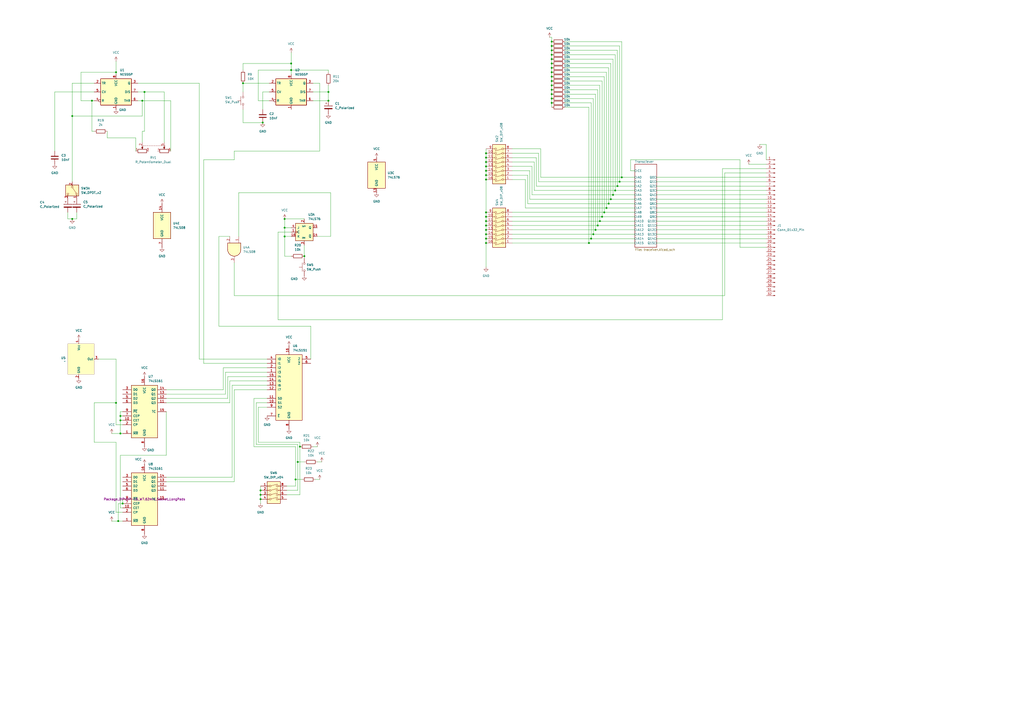
<source format=kicad_sch>
(kicad_sch (version 20231120) (generator "eeschema") (generator_version "8.0")
  (paper "A2")
  (junction (at 171.45 278.13))
  (junction (at 320.04 44.45))
  (junction (at 173.99 259.08))
  (junction (at 165.1 132.08))
  (junction (at 320.04 26.67))
  (junction (at 69.85 243.84))
  (junction (at 320.04 24.13))
  (junction (at 151.13 284.48))
  (junction (at 69.85 251.46))
  (junction (at 67.31 233.68))
  (junction (at 281.94 128.27))
  (junction (at 168.91 40.64))
  (junction (at 176.53 148.59))
  (junction (at 359.41 105.41))
  (junction (at 281.94 93.98))
  (junction (at 356.87 110.49))
  (junction (at 350.52 123.19))
  (junction (at 281.94 91.44))
  (junction (at 71.12 292.1))
  (junction (at 41.91 67.31))
  (junction (at 346.71 130.81))
  (junction (at 41.91 127))
  (junction (at 281.94 125.73))
  (junction (at 281.94 138.43))
  (junction (at 354.33 115.57))
  (junction (at 151.13 289.56))
  (junction (at 281.94 96.52))
  (junction (at 320.04 31.75))
  (junction (at 281.94 104.14))
  (junction (at 320.04 29.21))
  (junction (at 69.85 241.3))
  (junction (at 83.82 53.34))
  (junction (at 342.9 138.43))
  (junction (at 152.4 71.12))
  (junction (at 320.04 59.69))
  (junction (at 281.94 130.81))
  (junction (at 358.14 107.95))
  (junction (at 190.5 53.34))
  (junction (at 281.94 133.35))
  (junction (at 320.04 34.29))
  (junction (at 320.04 54.61))
  (junction (at 140.97 48.26))
  (junction (at 281.94 101.6))
  (junction (at 53.34 58.42))
  (junction (at 355.6 113.03))
  (junction (at 190.5 58.42))
  (junction (at 281.94 140.97))
  (junction (at 281.94 88.9))
  (junction (at 347.98 128.27))
  (junction (at 82.55 58.42))
  (junction (at 168.91 36.83))
  (junction (at 281.94 123.19))
  (junction (at 165.1 137.16))
  (junction (at 320.04 36.83))
  (junction (at 151.13 287.02))
  (junction (at 349.25 125.73))
  (junction (at 351.79 120.65))
  (junction (at 281.94 99.06))
  (junction (at 67.31 41.91))
  (junction (at 320.04 49.53))
  (junction (at 341.63 140.97))
  (junction (at 320.04 46.99))
  (junction (at 320.04 39.37))
  (junction (at 320.04 41.91))
  (junction (at 353.06 118.11))
  (junction (at 68.58 302.26))
  (junction (at 165.1 127))
  (junction (at 281.94 135.89))
  (junction (at 172.72 267.97))
  (junction (at 345.44 133.35))
  (junction (at 320.04 52.07))
  (junction (at 320.04 57.15))
  (junction (at 344.17 135.89))
  (junction (at 360.68 102.87))
  (wire (pts (xy 71.12 238.76) (xy 69.85 238.76)))
  (wire (pts (xy 281.94 99.06) (xy 281.94 101.6)))
  (wire (pts (xy 351.79 41.91) (xy 327.66 41.91)))
  (wire (pts (xy 54.61 53.34) (xy 31.75 53.34)))
  (wire (pts (xy 176.53 148.59) (xy 176.53 142.24)))
  (wire (pts (xy 350.52 44.45) (xy 327.66 44.45)))
  (wire (pts (xy 148.59 257.81) (xy 172.72 257.81)))
  (wire (pts (xy 134.62 276.86) (xy 134.62 223.52)))
  (wire (pts (xy 180.34 208.28) (xy 180.34 189.23)))
  (wire (pts (xy 181.61 259.08) (xy 184.15 259.08)))
  (wire (pts (xy 356.87 31.75) (xy 356.87 110.49)))
  (wire (pts (xy 347.98 49.53) (xy 327.66 49.53)))
  (wire (pts (xy 354.33 115.57) (xy 368.3 115.57)))
  (wire (pts (xy 31.75 53.34) (xy 31.75 87.63)))
  (wire (pts (xy 309.88 110.49) (xy 356.87 110.49)))
  (wire (pts (xy 381 102.87) (xy 444.5 102.87)))
  (wire (pts (xy 140.97 48.26) (xy 156.21 48.26)))
  (wire (pts (xy 381 123.19) (xy 444.5 123.19)))
  (wire (pts (xy 166.37 287.02) (xy 173.99 287.02)))
  (wire (pts (xy 355.6 113.03) (xy 368.3 113.03)))
  (wire (pts (xy 350.52 44.45) (xy 350.52 123.19)))
  (wire (pts (xy 95.25 53.34) (xy 95.25 82.55)))
  (wire (pts (xy 57.15 208.28) (xy 67.31 208.28)))
  (wire (pts (xy 381 133.35) (xy 444.5 133.35)))
  (wire (pts (xy 365.76 92.71) (xy 429.26 92.71)))
  (wire (pts (xy 356.87 31.75) (xy 327.66 31.75)))
  (wire (pts (xy 349.25 46.99) (xy 349.25 125.73)))
  (wire (pts (xy 359.41 26.67) (xy 327.66 26.67)))
  (wire (pts (xy 308.61 113.03) (xy 355.6 113.03)))
  (wire (pts (xy 152.4 53.34) (xy 156.21 53.34)))
  (wire (pts (xy 118.11 210.82) (xy 154.94 210.82)))
  (wire (pts (xy 381 113.03) (xy 444.5 113.03)))
  (wire (pts (xy 307.34 115.57) (xy 307.34 99.06)))
  (wire (pts (xy 82.55 58.42) (xy 82.55 67.31)))
  (wire (pts (xy 381 130.81) (xy 444.5 130.81)))
  (wire (pts (xy 181.61 48.26) (xy 185.42 48.26)))
  (wire (pts (xy 68.58 302.26) (xy 71.12 302.26)))
  (wire (pts (xy 281.94 140.97) (xy 281.94 154.94)))
  (wire (pts (xy 71.12 243.84) (xy 69.85 243.84)))
  (wire (pts (xy 154.94 233.68) (xy 148.59 233.68)))
  (wire (pts (xy 135.89 152.4) (xy 135.89 171.45)))
  (wire (pts (xy 281.94 133.35) (xy 281.94 135.89)))
  (wire (pts (xy 54.61 58.42) (xy 53.34 58.42)))
  (wire (pts (xy 133.35 220.98) (xy 133.35 233.68)))
  (wire (pts (xy 320.04 34.29) (xy 320.04 31.75)))
  (wire (pts (xy 99.06 58.42) (xy 82.55 58.42)))
  (wire (pts (xy 419.1 185.42) (xy 161.29 185.42)))
  (wire (pts (xy 444.5 97.79) (xy 419.1 97.79)))
  (wire (pts (xy 39.37 127) (xy 41.91 127)))
  (wire (pts (xy 320.04 41.91) (xy 320.04 39.37)))
  (wire (pts (xy 78.74 80.01) (xy 78.74 87.63)))
  (wire (pts (xy 181.61 58.42) (xy 190.5 58.42)))
  (wire (pts (xy 39.37 123.19) (xy 39.37 127)))
  (wire (pts (xy 360.68 24.13) (xy 360.68 102.87)))
  (wire (pts (xy 312.42 105.41) (xy 312.42 88.9)))
  (wire (pts (xy 429.26 143.51) (xy 444.5 143.51)))
  (wire (pts (xy 345.44 54.61) (xy 345.44 133.35)))
  (wire (pts (xy 190.5 58.42) (xy 190.5 53.34)))
  (wire (pts (xy 309.88 110.49) (xy 309.88 93.98)))
  (wire (pts (xy 152.4 63.5) (xy 152.4 53.34)))
  (wire (pts (xy 96.52 264.16) (xy 96.52 238.76)))
  (wire (pts (xy 135.89 279.4) (xy 96.52 279.4)))
  (wire (pts (xy 115.57 48.26) (xy 115.57 208.28)))
  (wire (pts (xy 358.14 29.21) (xy 327.66 29.21)))
  (wire (pts (xy 44.45 127) (xy 41.91 127)))
  (wire (pts (xy 320.04 46.99) (xy 320.04 44.45)))
  (wire (pts (xy 360.68 24.13) (xy 327.66 24.13)))
  (wire (pts (xy 190.5 41.91) (xy 190.5 40.64)))
  (wire (pts (xy 345.44 133.35) (xy 368.3 133.35)))
  (wire (pts (xy 342.9 59.69) (xy 342.9 138.43)))
  (wire (pts (xy 132.08 231.14) (xy 132.08 218.44)))
  (wire (pts (xy 41.91 48.26) (xy 54.61 48.26)))
  (wire (pts (xy 297.18 128.27) (xy 347.98 128.27)))
  (wire (pts (xy 281.94 93.98) (xy 281.94 96.52)))
  (wire (pts (xy 149.86 58.42) (xy 156.21 58.42)))
  (wire (pts (xy 171.45 278.13) (xy 171.45 259.08)))
  (wire (pts (xy 312.42 105.41) (xy 359.41 105.41)))
  (wire (pts (xy 83.82 53.34) (xy 80.01 53.34)))
  (wire (pts (xy 368.3 99.06) (xy 365.76 99.06)))
  (wire (pts (xy 151.13 284.48) (xy 151.13 287.02)))
  (wire (pts (xy 172.72 257.81) (xy 172.72 267.97)))
  (wire (pts (xy 342.9 138.43) (xy 368.3 138.43)))
  (wire (pts (xy 434.34 95.25) (xy 444.5 95.25)))
  (wire (pts (xy 308.61 96.52) (xy 297.18 96.52)))
  (wire (pts (xy 354.33 36.83) (xy 354.33 115.57)))
  (wire (pts (xy 344.17 57.15) (xy 327.66 57.15)))
  (wire (pts (xy 53.34 76.2) (xy 54.61 76.2)))
  (wire (pts (xy 127 137.16) (xy 133.35 137.16)))
  (wire (pts (xy 381 128.27) (xy 444.5 128.27)))
  (wire (pts (xy 304.8 120.65) (xy 304.8 104.14)))
  (wire (pts (xy 82.55 82.55) (xy 82.55 76.2)))
  (wire (pts (xy 127 189.23) (xy 127 137.16)))
  (wire (pts (xy 83.82 53.34) (xy 95.25 53.34)))
  (wire (pts (xy 140.97 63.5) (xy 140.97 71.12)))
  (wire (pts (xy 308.61 113.03) (xy 308.61 96.52)))
  (wire (pts (xy 281.94 104.14) (xy 281.94 123.19)))
  (wire (pts (xy 176.53 149.86) (xy 176.53 148.59)))
  (wire (pts (xy 71.12 292.1) (xy 68.58 292.1)))
  (wire (pts (xy 80.01 48.26) (xy 115.57 48.26)))
  (wire (pts (xy 140.97 36.83) (xy 168.91 36.83)))
  (wire (pts (xy 67.31 233.68) (xy 67.31 246.38)))
  (wire (pts (xy 281.94 130.81) (xy 281.94 133.35)))
  (wire (pts (xy 69.85 264.16) (xy 69.85 294.64)))
  (wire (pts (xy 307.34 115.57) (xy 354.33 115.57)))
  (wire (pts (xy 365.76 99.06) (xy 365.76 92.71)))
  (wire (pts (xy 62.23 80.01) (xy 78.74 80.01)))
  (wire (pts (xy 306.07 118.11) (xy 353.06 118.11)))
  (wire (pts (xy 82.55 58.42) (xy 80.01 58.42)))
  (wire (pts (xy 54.61 233.68) (xy 67.31 233.68)))
  (wire (pts (xy 349.25 46.99) (xy 327.66 46.99)))
  (wire (pts (xy 313.69 86.36) (xy 297.18 86.36)))
  (wire (pts (xy 320.04 44.45) (xy 320.04 41.91)))
  (wire (pts (xy 444.5 92.71) (xy 444.5 83.82)))
  (wire (pts (xy 320.04 59.69) (xy 320.04 57.15)))
  (wire (pts (xy 306.07 118.11) (xy 306.07 101.6)))
  (wire (pts (xy 281.94 86.36) (xy 281.94 88.9)))
  (wire (pts (xy 381 115.57) (xy 444.5 115.57)))
  (wire (pts (xy 185.42 87.63) (xy 135.89 87.63)))
  (wire (pts (xy 147.32 259.08) (xy 147.32 231.14)))
  (wire (pts (xy 129.54 226.06) (xy 129.54 213.36)))
  (wire (pts (xy 313.69 102.87) (xy 360.68 102.87)))
  (wire (pts (xy 381 110.49) (xy 444.5 110.49)))
  (wire (pts (xy 346.71 52.07) (xy 327.66 52.07)))
  (wire (pts (xy 354.33 36.83) (xy 327.66 36.83)))
  (wire (pts (xy 172.72 284.48) (xy 166.37 284.48)))
  (wire (pts (xy 381 138.43) (xy 444.5 138.43)))
  (wire (pts (xy 165.1 137.16) (xy 168.91 137.16)))
  (wire (pts (xy 149.86 256.54) (xy 149.86 236.22)))
  (wire (pts (xy 341.63 62.23) (xy 327.66 62.23)))
  (wire (pts (xy 161.29 134.62) (xy 168.91 134.62)))
  (wire (pts (xy 341.63 62.23) (xy 341.63 140.97)))
  (wire (pts (xy 165.1 132.08) (xy 165.1 137.16)))
  (wire (pts (xy 311.15 107.95) (xy 358.14 107.95)))
  (wire (pts (xy 171.45 259.08) (xy 147.32 259.08)))
  (wire (pts (xy 342.9 59.69) (xy 327.66 59.69)))
  (wire (pts (xy 281.94 101.6) (xy 281.94 104.14)))
  (wire (pts (xy 312.42 88.9) (xy 297.18 88.9)))
  (wire (pts (xy 185.42 48.26) (xy 185.42 87.63)))
  (wire (pts (xy 381 105.41) (xy 444.5 105.41)))
  (wire (pts (xy 180.34 189.23) (xy 127 189.23)))
  (wire (pts (xy 71.12 294.64) (xy 69.85 294.64)))
  (wire (pts (xy 168.91 148.59) (xy 165.1 148.59)))
  (wire (pts (xy 96.52 276.86) (xy 134.62 276.86)))
  (wire (pts (xy 318.77 21.59) (xy 320.04 21.59)))
  (wire (pts (xy 281.94 88.9) (xy 281.94 91.44)))
  (wire (pts (xy 191.77 111.76) (xy 191.77 137.16)))
  (wire (pts (xy 172.72 267.97) (xy 172.72 284.48)))
  (wire (pts (xy 99.06 58.42) (xy 99.06 87.63)))
  (wire (pts (xy 353.06 39.37) (xy 353.06 118.11)))
  (wire (pts (xy 344.17 135.89) (xy 368.3 135.89)))
  (wire (pts (xy 67.31 297.18) (xy 67.31 256.54)))
  (wire (pts (xy 151.13 289.56) (xy 151.13 292.1)))
  (wire (pts (xy 359.41 105.41) (xy 368.3 105.41)))
  (wire (pts (xy 147.32 231.14) (xy 154.94 231.14)))
  (wire (pts (xy 151.13 281.94) (xy 151.13 284.48)))
  (wire (pts (xy 135.89 226.06) (xy 135.89 279.4)))
  (wire (pts (xy 320.04 57.15) (xy 320.04 54.61)))
  (wire (pts (xy 355.6 34.29) (xy 355.6 113.03)))
  (wire (pts (xy 359.41 26.67) (xy 359.41 105.41)))
  (wire (pts (xy 165.1 132.08) (xy 168.91 132.08)))
  (wire (pts (xy 140.97 71.12) (xy 152.4 71.12)))
  (wire (pts (xy 166.37 281.94) (xy 171.45 281.94)))
  (wire (pts (xy 381 120.65) (xy 444.5 120.65)))
  (wire (pts (xy 358.14 29.21) (xy 358.14 107.95)))
  (wire (pts (xy 444.5 83.82) (xy 440.69 83.82)))
  (wire (pts (xy 381 140.97) (xy 444.5 140.97)))
  (wire (pts (xy 281.94 96.52) (xy 281.94 99.06)))
  (wire (pts (xy 320.04 31.75) (xy 320.04 29.21)))
  (wire (pts (xy 135.89 171.45) (xy 420.37 171.45)))
  (wire (pts (xy 420.37 171.45) (xy 420.37 100.33)))
  (wire (pts (xy 320.04 24.13) (xy 320.04 21.59)))
  (wire (pts (xy 151.13 287.02) (xy 151.13 289.56)))
  (wire (pts (xy 83.82 76.2) (xy 83.82 53.34)))
  (wire (pts (xy 311.15 91.44) (xy 297.18 91.44)))
  (wire (pts (xy 297.18 138.43) (xy 342.9 138.43)))
  (wire (pts (xy 53.34 58.42) (xy 46.99 58.42)))
  (wire (pts (xy 71.12 241.3) (xy 69.85 241.3)))
  (wire (pts (xy 313.69 102.87) (xy 313.69 86.36)))
  (wire (pts (xy 307.34 99.06) (xy 297.18 99.06)))
  (wire (pts (xy 41.91 67.31) (xy 41.91 48.26)))
  (wire (pts (xy 138.43 111.76) (xy 138.43 137.16)))
  (wire (pts (xy 168.91 40.64) (xy 149.86 40.64)))
  (wire (pts (xy 381 135.89) (xy 444.5 135.89)))
  (wire (pts (xy 168.91 40.64) (xy 168.91 43.18)))
  (wire (pts (xy 381 125.73) (xy 444.5 125.73)))
  (wire (pts (xy 67.31 246.38) (xy 71.12 246.38)))
  (wire (pts (xy 149.86 236.22) (xy 154.94 236.22)))
  (wire (pts (xy 306.07 101.6) (xy 297.18 101.6)))
  (wire (pts (xy 297.18 125.73) (xy 349.25 125.73)))
  (wire (pts (xy 355.6 34.29) (xy 327.66 34.29)))
  (wire (pts (xy 190.5 53.34) (xy 190.5 49.53)))
  (wire (pts (xy 64.77 302.26) (xy 68.58 302.26)))
  (wire (pts (xy 351.79 120.65) (xy 368.3 120.65)))
  (wire (pts (xy 320.04 36.83) (xy 320.04 34.29)))
  (wire (pts (xy 165.1 127) (xy 165.1 132.08)))
  (wire (pts (xy 82.55 76.2) (xy 83.82 76.2)))
  (wire (pts (xy 320.04 49.53) (xy 320.04 46.99)))
  (wire (pts (xy 154.94 215.9) (xy 130.81 215.9)))
  (wire (pts (xy 281.94 125.73) (xy 281.94 128.27)))
  (wire (pts (xy 71.12 289.56) (xy 71.12 292.1)))
  (wire (pts (xy 345.44 54.61) (xy 327.66 54.61)))
  (wire (pts (xy 350.52 123.19) (xy 368.3 123.19)))
  (wire (pts (xy 381 118.11) (xy 444.5 118.11)))
  (wire (pts (xy 165.1 127) (xy 176.53 127)))
  (wire (pts (xy 69.85 251.46) (xy 71.12 251.46)))
  (wire (pts (xy 135.89 87.63) (xy 135.89 92.71)))
  (wire (pts (xy 320.04 62.23) (xy 320.04 59.69)))
  (wire (pts (xy 304.8 120.65) (xy 351.79 120.65)))
  (wire (pts (xy 96.52 231.14) (xy 132.08 231.14)))
  (wire (pts (xy 190.5 40.64) (xy 168.91 40.64)))
  (wire (pts (xy 349.25 125.73) (xy 368.3 125.73)))
  (wire (pts (xy 356.87 110.49) (xy 368.3 110.49)))
  (wire (pts (xy 281.94 123.19) (xy 281.94 125.73)))
  (wire (pts (xy 67.31 256.54) (xy 54.61 256.54)))
  (wire (pts (xy 344.17 57.15) (xy 344.17 135.89)))
  (wire (pts (xy 115.57 208.28) (xy 154.94 208.28)))
  (wire (pts (xy 168.91 36.83) (xy 168.91 40.64)))
  (wire (pts (xy 173.99 259.08) (xy 173.99 287.02)))
  (wire (pts (xy 304.8 104.14) (xy 297.18 104.14)))
  (wire (pts (xy 41.91 67.31) (xy 41.91 105.41)))
  (wire (pts (xy 311.15 107.95) (xy 311.15 91.44)))
  (wire (pts (xy 54.61 256.54) (xy 54.61 233.68)))
  (wire (pts (xy 297.18 135.89) (xy 344.17 135.89)))
  (wire (pts (xy 154.94 220.98) (xy 133.35 220.98)))
  (wire (pts (xy 347.98 49.53) (xy 347.98 128.27)))
  (wire (pts (xy 281.94 135.89) (xy 281.94 138.43)))
  (wire (pts (xy 320.04 54.61) (xy 320.04 52.07)))
  (wire (pts (xy 69.85 238.76) (xy 69.85 241.3)))
  (wire (pts (xy 46.99 41.91) (xy 67.31 41.91)))
  (wire (pts (xy 281.94 128.27) (xy 281.94 130.81)))
  (wire (pts (xy 320.04 39.37) (xy 320.04 36.83)))
  (wire (pts (xy 69.85 264.16) (xy 96.52 264.16)))
  (wire (pts (xy 134.62 223.52) (xy 154.94 223.52)))
  (wire (pts (xy 353.06 118.11) (xy 368.3 118.11)))
  (wire (pts (xy 96.52 226.06) (xy 129.54 226.06)))
  (wire (pts (xy 297.18 140.97) (xy 341.63 140.97)))
  (wire (pts (xy 281.94 138.43) (xy 281.94 140.97)))
  (wire (pts (xy 140.97 40.64) (xy 140.97 36.83)))
  (wire (pts (xy 118.11 92.71) (xy 118.11 210.82)))
  (wire (pts (xy 148.59 233.68) (xy 148.59 257.81)))
  (wire (pts (xy 165.1 137.16) (xy 165.1 148.59)))
  (wire (pts (xy 351.79 41.91) (xy 351.79 120.65)))
  (wire (pts (xy 149.86 40.64) (xy 149.86 58.42)))
  (wire (pts (xy 320.04 52.07) (xy 320.04 49.53)))
  (wire (pts (xy 346.71 130.81) (xy 368.3 130.81)))
  (wire (pts (xy 67.31 35.56) (xy 67.31 41.91)))
  (wire (pts (xy 171.45 281.94) (xy 171.45 278.13)))
  (wire (pts (xy 309.88 93.98) (xy 297.18 93.98)))
  (wire (pts (xy 53.34 58.42) (xy 53.34 76.2)))
  (wire (pts (xy 419.1 97.79) (xy 419.1 185.42)))
  (wire (pts (xy 320.04 29.21) (xy 320.04 26.67)))
  (wire (pts (xy 173.99 259.08) (xy 173.99 256.54)))
  (wire (pts (xy 358.14 107.95) (xy 368.3 107.95)))
  (wire (pts (xy 420.37 100.33) (xy 444.5 100.33)))
  (wire (pts (xy 140.97 53.34) (xy 140.97 48.26)))
  (wire (pts (xy 168.91 30.48) (xy 168.91 36.83)))
  (wire (pts (xy 341.63 140.97) (xy 368.3 140.97)))
  (wire (pts (xy 182.88 278.13) (xy 185.42 278.13)))
  (wire (pts (xy 82.55 67.31) (xy 41.91 67.31)))
  (wire (pts (xy 297.18 130.81) (xy 346.71 130.81)))
  (wire (pts (xy 360.68 102.87) (xy 368.3 102.87)))
  (wire (pts (xy 44.45 123.19) (xy 44.45 127)))
  (wire (pts (xy 184.15 267.97) (xy 186.69 267.97)))
  (wire (pts (xy 132.08 218.44) (xy 154.94 218.44)))
  (wire (pts (xy 172.72 267.97) (xy 176.53 267.97)))
  (wire (pts (xy 297.18 133.35) (xy 345.44 133.35)))
  (wire (pts (xy 347.98 128.27) (xy 368.3 128.27)))
  (wire (pts (xy 191.77 137.16) (xy 184.15 137.16)))
  (wire (pts (xy 67.31 41.91) (xy 67.31 43.18)))
  (wire (pts (xy 381 107.95) (xy 444.5 107.95)))
  (wire (pts (xy 297.18 123.19) (xy 350.52 123.19)))
  (wire (pts (xy 191.77 111.76) (xy 138.43 111.76)))
  (wire (pts (xy 133.35 233.68) (xy 96.52 233.68)))
  (wire (pts (xy 67.31 297.18) (xy 71.12 297.18)))
  (wire (pts (xy 135.89 92.71) (xy 118.11 92.71)))
  (wire (pts (xy 181.61 53.34) (xy 190.5 53.34)))
  (wire (pts (xy 64.77 251.46) (xy 69.85 251.46)))
  (wire (pts (xy 429.26 92.71) (xy 429.26 143.51)))
  (wire (pts (xy 69.85 243.84) (xy 69.85 251.46)))
  (wire (pts (xy 173.99 256.54) (xy 149.86 256.54)))
  (wire (pts (xy 69.85 241.3) (xy 69.85 243.84)))
  (wire (pts (xy 161.29 185.42) (xy 161.29 134.62)))
  (wire (pts (xy 130.81 215.9) (xy 130.81 228.6)))
  (wire (pts (xy 62.23 76.2) (xy 62.23 80.01)))
  (wire (pts (xy 281.94 91.44) (xy 281.94 93.98)))
  (wire (pts (xy 346.71 52.07) (xy 346.71 130.81)))
  (wire (pts (xy 130.81 228.6) (xy 96.52 228.6)))
  (wire (pts (xy 67.31 208.28) (xy 67.31 233.68)))
  (wire (pts (xy 175.26 278.13) (xy 171.45 278.13)))
  (wire (pts (xy 353.06 39.37) (xy 327.66 39.37)))
  (wire (pts (xy 129.54 213.36) (xy 154.94 213.36)))
  (wire (pts (xy 154.94 226.06) (xy 135.89 226.06)))
  (wire (pts (xy 68.58 292.1) (xy 68.58 302.26)))
  (wire (pts (xy 320.04 26.67) (xy 320.04 24.13)))
  (wire (pts (xy 46.99 58.42) (xy 46.99 41.91)))
  (symbol (lib_id "Connector:Conn_01x32_Pin") (at 449.58 130.81 0) (mirror y) (unit 1)
    (property "Reference" "J1" (at 450.85 130.8099 0) (effects (justify right)))
    (property "Value" "Conn_01x32_Pin" (at 450.85 133.3499 0) (effects (justify right)))
    (property "Footprint" "Connector_PinHeader_2.54mm:PinHeader_2x16_P2.54mm_Vertical" (effects (hide yes)))
    (property "Description" "Generic connector, single row, 01x32, script generated" (effects (hide yes)))
  )
  (symbol (lib_id "Device:R") (at 58.42 76.2 90) (unit 1)
    (property "Reference" "R19" (at 58.42 69.85 90))
    (property "Value" "2k" (at 58.42 72.39 90))
    (property "Footprint" "Resistor_SMD:R_0805_2012Metric" (effects (hide yes)))
    (property "Description" "Resistor" (effects (hide yes)))
  )
  (symbol (lib_id "power:VCC") (at 83.82 269.24 0) (unit 1)
    (property "Reference" "#PWR028" (effects (hide yes)))
    (property "Value" "VCC" (at 80.264 266.446 0))
    (property "Description" "Power symbol creates a global label with name \"VCC\"" (effects (hide yes)))
  )
  (symbol (lib_id "Device:R") (at 323.85 34.29 90) (unit 1)
    (property "Reference" "R5" (effects (hide yes)))
    (property "Value" "10k" (at 328.93 33.02 90))
    (property "Footprint" "Resistor_SMD:R_0805_2012Metric" (effects (hide yes)))
    (property "Description" "Resistor" (effects (hide yes)))
  )
  (symbol (lib_id "power:GND") (at 152.4 71.12 0) (unit 1)
    (property "Reference" "#PWR06" (effects (hide yes)))
    (property "Value" "GND" (at 152.4 76.2 0))
    (property "Description" "Power symbol creates a global label with name \"GND\" , ground" (effects (hide yes)))
  )
  (symbol (lib_id "Device:R") (at 323.85 44.45 90) (unit 1)
    (property "Reference" "R10" (effects (hide yes)))
    (property "Value" "10k" (at 328.93 43.18 90))
    (property "Footprint" "Resistor_SMD:R_0805_2012Metric" (effects (hide yes)))
    (property "Description" "Resistor" (effects (hide yes)))
  )
  (symbol (lib_id "74xx:74LS161") (at 83.82 289.56 0) (unit 1)
    (property "Reference" "U8" (at 86.0141 269.24 0) (effects (justify left)))
    (property "Value" "74LS161" (at 86.0141 271.78 0) (effects (justify left)))
    (property "Footprint" "Package_DIP:DIP-16_W7.62mm_Socket_LongPads" (at 83.82 289.56 0))
    (property "Datasheet" "http://www.ti.com/lit/gpn/sn74LS161" (effects (hide yes)))
    (property "Description" "Synchronous 4-bit programmable binary Counter" (effects (hide yes)))
  )
  (symbol (lib_id "power:VCC") (at 318.77 21.59 0) (unit 1)
    (property "Reference" "#PWR01" (effects (hide yes)))
    (property "Value" "VCC" (at 318.77 16.51 0))
    (property "Description" "Power symbol creates a global label with name \"VCC\"" (effects (hide yes)))
  )
  (symbol (lib_id "power:GND") (at 440.69 83.82 0) (unit 1)
    (property "Reference" "#PWR07" (effects (hide yes)))
    (property "Value" "GND" (at 440.69 88.9 0))
    (property "Description" "Power symbol creates a global label with name \"GND\" , ground" (effects (hide yes)))
  )
  (symbol (lib_id "Device:R") (at 190.5 45.72 0) (unit 1)
    (property "Reference" "R11" (at 193.04 44.4499 0) (effects (justify left)))
    (property "Value" "20k" (at 193.04 46.9899 0) (effects (justify left)))
    (property "Footprint" "Resistor_SMD:R_0805_2012Metric" (effects (hide yes)))
    (property "Description" "Resistor" (effects (hide yes)))
  )
  (symbol (lib_id "power:VCC") (at 64.77 302.26 0) (unit 1)
    (property "Reference" "#PWR031" (effects (hide yes)))
    (property "Value" "VCC" (at 64.77 297.18 0))
    (property "Description" "Power symbol creates a global label with name \"VCC\"" (effects (hide yes)))
  )
  (symbol (lib_id "power:VCC") (at 185.42 278.13 0) (unit 1)
    (property "Reference" "#PWR029" (effects (hide yes)))
    (property "Value" "VCC" (at 185.42 273.05 0))
    (property "Description" "Power symbol creates a global label with name \"VCC\"" (effects (hide yes)))
  )
  (symbol (lib_id "power:VCC") (at 93.98 118.11 0) (unit 1)
    (property "Reference" "#PWR012" (effects (hide yes)))
    (property "Value" "VCC" (at 93.98 113.03 0))
    (property "Description" "Power symbol creates a global label with name \"VCC\"" (effects (hide yes)))
  )
  (symbol (lib_id "power:GND") (at 45.72 219.71 0) (unit 1)
    (property "Reference" "#PWR021" (effects (hide yes)))
    (property "Value" "GND" (at 45.72 224.79 0))
    (property "Description" "Power symbol creates a global label with name \"GND\" , ground" (effects (hide yes)))
  )
  (symbol (lib_id "Device:R") (at 323.85 39.37 90) (unit 1)
    (property "Reference" "R7" (effects (hide yes)))
    (property "Value" "10k" (at 328.93 38.1 90))
    (property "Footprint" "Resistor_SMD:R_0805_2012Metric" (effects (hide yes)))
    (property "Description" "Resistor" (effects (hide yes)))
  )
  (symbol (lib_id "Device:R") (at 180.34 267.97 90) (unit 1)
    (property "Reference" "R22" (at 180.34 261.62 90))
    (property "Value" "10k" (at 180.34 264.16 90))
    (property "Footprint" "Resistor_SMD:R_0805_2012Metric" (effects (hide yes)))
    (property "Description" "Resistor" (effects (hide yes)))
  )
  (symbol (lib_id "power:GND") (at 218.44 111.76 0) (unit 1)
    (property "Reference" "#PWR011" (effects (hide yes)))
    (property "Value" "GND" (at 218.44 116.84 0))
    (property "Description" "Power symbol creates a global label with name \"GND\" , ground" (effects (hide yes)))
  )
  (symbol (lib_id "Timer:NE555P") (at 168.91 53.34 0) (unit 1)
    (property "Reference" "U2" (at 171.1041 40.64 0) (effects (justify left)))
    (property "Value" "NE555P" (at 171.1041 43.18 0) (effects (justify left)))
    (property "Footprint" "Package_DIP:DIP-8_W7.62mm_Socket_LongPads" (effects (hide yes)))
    (property "Datasheet" "http://www.ti.com/lit/ds/symlink/ne555.pdf" (effects (hide yes)))
    (property "Description" "Precision Timers, 555 compatible,  PDIP-8" (effects (hide yes)))
  )
  (symbol (lib_id "74xx:74LS76") (at 176.53 134.62 0) (unit 1)
    (property "Reference" "U3" (at 178.7241 124.46 0) (effects (justify left)))
    (property "Value" "74LS76" (at 178.7241 127 0) (effects (justify left)))
    (property "Footprint" "Package_DIP:DIP-16_W7.62mm_Socket_LongPads" (effects (hide yes)))
    (property "Datasheet" "http://www.ti.com/lit/gpn/sn74LS76" (effects (hide yes)))
    (property "Description" "Dual JK Flip-flop, Set & Reset" (effects (hide yes)))
  )
  (symbol (lib_id "power:VCC") (at 168.91 30.48 0) (unit 1)
    (property "Reference" "#PWR02" (effects (hide yes)))
    (property "Value" "VCC" (at 168.91 25.4 0))
    (property "Description" "Power symbol creates a global label with name \"VCC\"" (effects (hide yes)))
  )
  (symbol (lib_id "power:VCC") (at 83.82 218.44 0) (unit 1)
    (property "Reference" "#PWR020" (effects (hide yes)))
    (property "Value" "VCC" (at 83.82 213.36 0))
    (property "Description" "Power symbol creates a global label with name \"VCC\"" (effects (hide yes)))
  )
  (symbol (lib_id "power:VCC") (at 67.31 35.56 0) (unit 1)
    (property "Reference" "#PWR03" (effects (hide yes)))
    (property "Value" "VCC" (at 67.31 30.48 0))
    (property "Description" "Power symbol creates a global label with name \"VCC\"" (effects (hide yes)))
  )
  (symbol (lib_id "Device:R") (at 323.85 62.23 90) (unit 1)
    (property "Reference" "R18" (effects (hide yes)))
    (property "Value" "10k" (at 328.93 60.96 90))
    (property "Footprint" "Resistor_SMD:R_0805_2012Metric" (effects (hide yes)))
    (property "Description" "Resistor" (effects (hide yes)))
  )
  (symbol (lib_id "74xx:74LS08") (at 93.98 130.81 0) (unit 5)
    (property "Reference" "U4" (at 100.33 129.5399 0) (effects (justify left)))
    (property "Value" "74LS08" (at 100.33 132.0799 0) (effects (justify left)))
    (property "Footprint" "Package_DIP:DIP-14_W7.62mm_Socket_LongPads" (effects (hide yes)))
    (property "Datasheet" "http://www.ti.com/lit/gpn/sn74LS08" (effects (hide yes)))
    (property "Description" "Quad And2" (effects (hide yes)))
  )
  (symbol (lib_id "74xx:74LS151") (at 167.64 223.52 0) (unit 1)
    (property "Reference" "U6" (at 169.8341 200.66 0) (effects (justify left)))
    (property "Value" "74LS151" (at 169.8341 203.2 0) (effects (justify left)))
    (property "Footprint" "Package_DIP:DIP-16_W7.62mm_Socket_LongPads" (effects (hide yes)))
    (property "Datasheet" "http://www.ti.com/lit/gpn/sn74LS151" (effects (hide yes)))
    (property "Description" "Multiplexer 8 to 1" (effects (hide yes)))
  )
  (symbol (lib_id "power:GND") (at 93.98 143.51 0) (unit 1)
    (property "Reference" "#PWR015" (effects (hide yes)))
    (property "Value" "GND" (at 93.98 148.59 0))
    (property "Description" "Power symbol creates a global label with name \"GND\" , ground" (effects (hide yes)))
  )
  (symbol (lib_id "power:GND") (at 83.82 259.08 0) (unit 1)
    (property "Reference" "#PWR025" (effects (hide yes)))
    (property "Value" "GND" (at 87.376 261.112 0))
    (property "Description" "Power symbol creates a global label with name \"GND\" , ground" (effects (hide yes)))
  )
  (symbol (lib_id "Device:R") (at 323.85 57.15 90) (unit 1)
    (property "Reference" "R16" (effects (hide yes)))
    (property "Value" "10k" (at 328.93 55.88 90))
    (property "Footprint" "Resistor_SMD:R_0805_2012Metric" (effects (hide yes)))
    (property "Description" "Resistor" (effects (hide yes)))
  )
  (symbol (lib_id "Switch:SW_DIP_x04") (at 158.75 287.02 0) (unit 1)
    (property "Reference" "SW6" (at 158.75 274.32 0))
    (property "Value" "SW_DIP_x04" (at 158.75 276.86 0))
    (property "Footprint" "Package_DIP:DIP-8_W7.62mm_LongPads" (effects (hide yes)))
    (property "Description" "4x DIP Switch, Single Pole Single Throw (SPST) switch, small symbol" (effects (hide yes)))
  )
  (symbol (lib_id "Device:R") (at 140.97 44.45 0) (unit 1)
    (property "Reference" "R9" (at 143.51 43.1799 0) (effects (justify left)))
    (property "Value" "10K" (at 143.51 45.7199 0) (effects (justify left)))
    (property "Footprint" "Resistor_SMD:R_0805_2012Metric" (effects (hide yes)))
    (property "Description" "Resistor" (effects (hide yes)))
  )
  (symbol (lib_id "Device:C_Polarized") (at 190.5 62.23 0) (unit 1)
    (property "Reference" "C1" (at 194.31 60.0709 0) (effects (justify left)))
    (property "Value" "C_Polarized" (at 194.31 62.6109 0) (effects (justify left)))
    (property "Footprint" "Capacitor_THT:CP_Radial_D4.0mm_P1.50mm" (effects (hide yes)))
    (property "Description" "Polarized capacitor" (effects (hide yes)))
  )
  (symbol (lib_id "Device:R") (at 323.85 26.67 90) (unit 1)
    (property "Reference" "R2" (effects (hide yes)))
    (property "Value" "10k" (at 328.93 25.4 90))
    (property "Footprint" "Resistor_SMD:R_0805_2012Metric" (effects (hide yes)))
    (property "Description" "Resistor" (effects (hide yes)))
  )
  (symbol (lib_id "Device:R") (at 323.85 54.61 90) (unit 1)
    (property "Reference" "R15" (effects (hide yes)))
    (property "Value" "10k" (at 328.93 53.34 90))
    (property "Footprint" "Resistor_SMD:R_0805_2012Metric" (effects (hide yes)))
    (property "Description" "Resistor" (effects (hide yes)))
  )
  (symbol (lib_id "Device:R") (at 323.85 31.75 90) (unit 1)
    (property "Reference" "R4" (effects (hide yes)))
    (property "Value" "10k" (at 328.93 30.48 90))
    (property "Footprint" "Resistor_SMD:R_0805_2012Metric" (effects (hide yes)))
    (property "Description" "Resistor" (effects (hide yes)))
  )
  (symbol (lib_id "power:GND") (at 83.82 309.88 0) (unit 1)
    (property "Reference" "#PWR032" (effects (hide yes)))
    (property "Value" "GND" (at 83.82 314.96 0))
    (property "Description" "Power symbol creates a global label with name \"GND\" , ground" (effects (hide yes)))
  )
  (symbol (lib_id "power:GND") (at 31.75 95.25 0) (unit 1)
    (property "Reference" "#PWR09" (effects (hide yes)))
    (property "Value" "GND" (at 31.75 100.33 0))
    (property "Description" "Power symbol creates a global label with name \"GND\" , ground" (effects (hide yes)))
  )
  (symbol (lib_id "Device:R") (at 323.85 59.69 90) (unit 1)
    (property "Reference" "R17" (effects (hide yes)))
    (property "Value" "10k" (at 328.93 58.42 90))
    (property "Footprint" "Resistor_SMD:R_0805_2012Metric" (effects (hide yes)))
    (property "Description" "Resistor" (effects (hide yes)))
  )
  (symbol (lib_id "power:GND") (at 167.64 248.92 0) (unit 1)
    (property "Reference" "#PWR023" (effects (hide yes)))
    (property "Value" "GND" (at 167.64 254 0))
    (property "Description" "Power symbol creates a global label with name \"GND\" , ground" (effects (hide yes)))
  )
  (symbol (lib_id "Switch:SW_DIP_x08") (at 289.56 130.81 180) (unit 1)
    (property "Reference" "SW4" (at 288.2899 119.38 90) (effects (justify right)))
    (property "Value" "SW_DIP_x08" (at 290.8299 119.38 90) (effects (justify right)))
    (property "Footprint" "Button_Switch_THT:SW_DIP_SPSTx08_Slide_9.78x22.5mm_W7.62mm_P2.54mm" (effects (hide yes)))
    (property "Description" "8x DIP Switch, Single Pole Single Throw (SPST) switch, small symbol" (effects (hide yes)))
  )
  (symbol (lib_id "Device:R") (at 323.85 29.21 90) (unit 1)
    (property "Reference" "R3" (effects (hide yes)))
    (property "Value" "10k" (at 328.93 27.94 90))
    (property "Footprint" "Resistor_SMD:R_0805_2012Metric" (effects (hide yes)))
    (property "Description" "Resistor" (effects (hide yes)))
  )
  (symbol (lib_id "Switch:SW_Push") (at 176.53 154.94 90) (unit 1)
    (property "Reference" "SW5" (at 177.8 153.6699 90) (effects (justify right)))
    (property "Value" "SW_Push" (at 177.8 156.2099 90) (effects (justify right)))
    (property "Footprint" "Button_Switch_THT:SW_PUSH_6mm" (effects (hide yes)))
    (property "Description" "Push button switch, generic, two pins" (effects (hide yes)))
  )
  (symbol (lib_id "power:GND") (at 281.94 154.94 0) (unit 1)
    (property "Reference" "#PWR016" (effects (hide yes)))
    (property "Value" "GND" (at 281.94 160.02 0))
    (property "Description" "Power symbol creates a global label with name \"GND\" , ground" (effects (hide yes)))
  )
  (symbol (lib_id "power:GND") (at 190.5 66.04 0) (unit 1)
    (property "Reference" "#PWR05" (effects (hide yes)))
    (property "Value" "GND" (at 190.5 71.12 0))
    (property "Description" "Power symbol creates a global label with name \"GND\" , ground" (effects (hide yes)))
  )
  (symbol (lib_id "Device:R") (at 323.85 46.99 90) (unit 1)
    (property "Reference" "R12" (effects (hide yes)))
    (property "Value" "10k" (at 328.93 45.72 90))
    (property "Footprint" "Resistor_SMD:R_0805_2012Metric" (effects (hide yes)))
    (property "Description" "Resistor" (effects (hide yes)))
  )
  (symbol (lib_id "74xx:74LS08") (at 135.89 144.78 270) (unit 1)
    (property "Reference" "U4" (at 140.97 143.5016 90) (effects (justify left)))
    (property "Value" "74LS08" (at 140.97 146.0416 90) (effects (justify left)))
    (property "Footprint" "Package_DIP:DIP-14_W7.62mm_Socket_LongPads" (effects (hide yes)))
    (property "Datasheet" "http://www.ti.com/lit/gpn/sn74LS08" (effects (hide yes)))
    (property "Description" "Quad And2" (effects (hide yes)))
  )
  (symbol (lib_id "power:GND") (at 151.13 292.1 0) (unit 1)
    (property "Reference" "#PWR030" (effects (hide yes)))
    (property "Value" "GND" (at 151.13 297.18 0))
    (property "Description" "Power symbol creates a global label with name \"GND\" , ground" (effects (hide yes)))
  )
  (symbol (lib_id "power:VCC") (at 434.34 95.25 0) (unit 1)
    (property "Reference" "#PWR010" (effects (hide yes)))
    (property "Value" "VCC" (at 434.34 90.17 0))
    (property "Description" "Power symbol creates a global label with name \"VCC\"" (effects (hide yes)))
  )
  (symbol (lib_id "power:VCC") (at 45.72 196.85 0) (unit 1)
    (property "Reference" "#PWR018" (effects (hide yes)))
    (property "Value" "VCC" (at 45.72 191.77 0))
    (property "Description" "Power symbol creates a global label with name \"VCC\"" (effects (hide yes)))
  )
  (symbol (lib_id "power:VCC") (at 186.69 267.97 0) (unit 1)
    (property "Reference" "#PWR027" (effects (hide yes)))
    (property "Value" "VCC" (at 186.69 262.89 0))
    (property "Description" "Power symbol creates a global label with name \"VCC\"" (effects (hide yes)))
  )
  (symbol (lib_id "Device:C") (at 152.4 67.31 0) (unit 1)
    (property "Reference" "C2" (at 156.21 66.0399 0) (effects (justify left)))
    (property "Value" "10nF" (at 156.21 68.5799 0) (effects (justify left)))
    (property "Footprint" "Capacitor_THT:C_Disc_D3.0mm_W1.6mm_P2.50mm" (effects (hide yes)))
    (property "Description" "Unpolarized capacitor" (effects (hide yes)))
  )
  (symbol (lib_id "Timer:NE555P") (at 67.31 53.34 0) (unit 1)
    (property "Reference" "U1" (at 69.5041 40.64 0) (effects (justify left)))
    (property "Value" "NE555P" (at 69.5041 43.18 0) (effects (justify left)))
    (property "Footprint" "Package_DIP:DIP-8_W7.62mm_Socket_LongPads" (effects (hide yes)))
    (property "Datasheet" "http://www.ti.com/lit/ds/symlink/ne555.pdf" (effects (hide yes)))
    (property "Description" "Precision Timers, 555 compatible,  PDIP-8" (effects (hide yes)))
  )
  (symbol (lib_id "Device:C_Polarized") (at 39.37 119.38 0) (unit 1)
    (property "Reference" "C4" (at 23.114 117.348 0) (effects (justify left)))
    (property "Value" "C_Polarized" (at 23.114 119.888 0) (effects (justify left)))
    (property "Footprint" "Capacitor_THT:CP_Radial_D4.0mm_P1.50mm" (effects (hide yes)))
    (property "Description" "Polarized capacitor" (effects (hide yes)))
  )
  (symbol (lib_id "Device:C_Polarized") (at 44.45 119.38 0) (unit 1)
    (property "Reference" "C5" (at 48.26 117.2209 0) (effects (justify left)))
    (property "Value" "C_Polarized" (at 48.26 119.7609 0) (effects (justify left)))
    (property "Footprint" "Capacitor_THT:CP_Radial_D4.0mm_P1.50mm" (effects (hide yes)))
    (property "Description" "Polarized capacitor" (effects (hide yes)))
  )
  (symbol (lib_id "Device:C") (at 31.75 91.44 0) (unit 1)
    (property "Reference" "C3" (at 35.56 90.1699 0) (effects (justify left)))
    (property "Value" "10nF" (at 35.56 92.7099 0) (effects (justify left)))
    (property "Footprint" "Capacitor_THT:C_Disc_D3.0mm_W1.6mm_P2.50mm" (effects (hide yes)))
    (property "Description" "Unpolarized capacitor" (effects (hide yes)))
  )
  (symbol (lib_id "Device:R_Potentiometer_Dual") (at 88.9 85.09 0) (unit 1)
    (property "Reference" "RV1" (at 88.9 91.44 0))
    (property "Value" "R_Potentiometer_Dual" (at 88.9 93.98 0))
    (property "Footprint" "Potentiometer_THT:Potentiometer_Alps_RK163_Dual_Horizontal" (effects (hide yes)))
    (property "Description" "Dual potentiometer" (effects (hide yes)))
  )
  (symbol (lib_id "Device:R") (at 179.07 278.13 90) (unit 1)
    (property "Reference" "R23" (at 179.07 271.78 90))
    (property "Value" "10k" (at 179.07 274.32 90))
    (property "Footprint" "Resistor_SMD:R_0805_2012Metric" (effects (hide yes)))
    (property "Description" "Resistor" (effects (hide yes)))
  )
  (symbol (lib_id "Device:R") (at 323.85 36.83 90) (unit 1)
    (property "Reference" "R6" (effects (hide yes)))
    (property "Value" "10k" (at 328.93 35.56 90))
    (property "Footprint" "Resistor_SMD:R_0805_2012Metric" (effects (hide yes)))
    (property "Description" "Resistor" (effects (hide yes)))
  )
  (symbol (lib_id "power:GND") (at 176.53 160.02 0) (unit 1)
    (property "Reference" "#PWR017" (effects (hide yes)))
    (property "Value" "GND" (at 170.688 161.798 0))
    (property "Description" "Power symbol creates a global label with name \"GND\" , ground" (effects (hide yes)))
  )
  (symbol (lib_id "power:GND") (at 154.94 241.3 0) (unit 1)
    (property "Reference" "#PWR022" (effects (hide yes)))
    (property "Value" "GND" (at 154.94 246.38 0))
    (property "Description" "Power symbol creates a global label with name \"GND\" , ground" (effects (hide yes)))
  )
  (symbol (lib_id "Switch:SW_DPDT_x2") (at 41.91 110.49 270) (unit 1)
    (property "Reference" "SW3" (at 46.99 109.2199 90) (effects (justify left)))
    (property "Value" "SW_DPDT_x2" (at 46.99 111.7599 90) (effects (justify left)))
    (property "Footprint" "Button_Switch_THT:SW_CK_JS202011CQN_DPDT_Straight" (effects (hide yes)))
    (property "Description" "Switch, dual pole double throw, separate symbols" (effects (hide yes)))
  )
  (symbol (lib_id "power:VCC") (at 218.44 91.44 0) (unit 1)
    (property "Reference" "#PWR08" (effects (hide yes)))
    (property "Value" "VCC" (at 218.44 86.36 0))
    (property "Description" "Power symbol creates a global label with name \"VCC\"" (effects (hide yes)))
  )
  (symbol (lib_id "power:GND") (at 41.91 127 0) (unit 1)
    (property "Reference" "#PWR013" (effects (hide yes)))
    (property "Value" "GND" (at 41.91 132.08 0))
    (property "Description" "Power symbol creates a global label with name \"GND\" , ground" (effects (hide yes)))
  )
  (symbol (lib_id "power:GND") (at 67.31 63.5 0) (unit 1)
    (property "Reference" "#PWR04" (effects (hide yes)))
    (property "Value" "GND" (at 71.12 63.754 0))
    (property "Description" "Power symbol creates a global label with name \"GND\" , ground" (effects (hide yes)))
  )
  (symbol (lib_id "Device:R") (at 323.85 24.13 90) (unit 1)
    (property "Reference" "R1" (effects (hide yes)))
    (property "Value" "10k" (at 328.93 22.86 90))
    (property "Footprint" "Resistor_SMD:R_0805_2012Metric" (effects (hide yes)))
    (property "Description" "Resistor" (effects (hide yes)))
  )
  (symbol (lib_id "74xx:74LS76") (at 218.44 101.6 0) (unit 3)
    (property "Reference" "U3" (at 224.79 100.3299 0) (effects (justify left)))
    (property "Value" "74LS76" (at 224.79 102.8699 0) (effects (justify left)))
    (property "Footprint" "Package_DIP:DIP-16_W7.62mm_Socket_LongPads" (effects (hide yes)))
    (property "Datasheet" "http://www.ti.com/lit/gpn/sn74LS76" (effects (hide yes)))
    (property "Description" "Dual JK Flip-flop, Set & Reset" (effects (hide yes)))
  )
  (symbol (lib_id "Crystal:MCO-1510A") (at 45.72 208.28 0) (unit 1)
    (property "Reference" "U5" (at 38.1 207.6449 0) (effects (justify right)))
    (property "Value" "~" (at 38.1 209.55 0) (effects (justify right)))
    (property "Footprint" "Crystal_Can:MCO-1510A" (effects (hide yes)))
  )
  (symbol (lib_id "power:VCC") (at 184.15 259.08 0) (unit 1)
    (property "Reference" "#PWR026" (effects (hide yes)))
    (property "Value" "VCC" (at 184.15 254 0))
    (property "Description" "Power symbol creates a global label with name \"VCC\"" (effects (hide yes)))
  )
  (symbol (lib_id "74xx:74LS161") (at 83.82 238.76 0) (unit 1)
    (property "Reference" "U7" (at 86.0141 218.44 0) (effects (justify left)))
    (property "Value" "74LS161" (at 86.0141 220.98 0) (effects (justify left)))
    (property "Footprint" "Package_DIP:DIP-16_W7.62mm_Socket_LongPads" (effects (hide yes)))
    (property "Datasheet" "http://www.ti.com/lit/gpn/sn74LS161" (effects (hide yes)))
    (property "Description" "Synchronous 4-bit programmable binary Counter" (effects (hide yes)))
  )
  (symbol (lib_id "Device:R") (at 323.85 49.53 90) (unit 1)
    (property "Reference" "R13" (effects (hide yes)))
    (property "Value" "10k" (at 328.93 48.26 90))
    (property "Footprint" "Resistor_SMD:R_0805_2012Metric" (effects (hide yes)))
    (property "Description" "Resistor" (effects (hide yes)))
  )
  (symbol (lib_id "Switch:SW_DIP_x08") (at 289.56 93.98 180) (unit 1)
    (property "Reference" "SW2" (at 288.2899 82.55 90) (effects (justify right)))
    (property "Value" "SW_DIP_x08" (at 290.8299 82.55 90) (effects (justify right)))
    (property "Footprint" "Button_Switch_THT:SW_DIP_SPSTx08_Slide_9.78x22.5mm_W7.62mm_P2.54mm" (effects (hide yes)))
    (property "Description" "8x DIP Switch, Single Pole Single Throw (SPST) switch, small symbol" (effects (hide yes)))
  )
  (symbol (lib_id "Device:R") (at 323.85 41.91 90) (unit 1)
    (property "Reference" "R8" (effects (hide yes)))
    (property "Value" "10k" (at 328.93 40.64 90))
    (property "Footprint" "Resistor_SMD:R_0805_2012Metric" (effects (hide yes)))
    (property "Description" "Resistor" (effects (hide yes)))
  )
  (symbol (lib_id "power:VCC") (at 165.1 127 0) (unit 1)
    (property "Reference" "#PWR014" (effects (hide yes)))
    (property "Value" "VCC" (at 165.1 121.92 0))
    (property "Description" "Power symbol creates a global label with name \"VCC\"" (effects (hide yes)))
  )
  (symbol (lib_id "Device:R") (at 177.8 259.08 90) (unit 1)
    (property "Reference" "R21" (at 177.8 252.73 90))
    (property "Value" "10k" (at 177.8 255.27 90))
    (property "Footprint" "Resistor_SMD:R_0805_2012Metric" (effects (hide yes)))
    (property "Description" "Resistor" (effects (hide yes)))
  )
  (symbol (lib_id "power:VCC") (at 167.64 200.66 0) (unit 1)
    (property "Reference" "#PWR019" (effects (hide yes)))
    (property "Value" "VCC" (at 167.64 195.58 0))
    (property "Description" "Power symbol creates a global label with name \"VCC\"" (effects (hide yes)))
  )
  (symbol (lib_id "Device:R") (at 172.72 148.59 90) (unit 1)
    (property "Reference" "R20" (at 172.72 142.24 90))
    (property "Value" "10k" (at 172.72 144.78 90))
    (property "Footprint" "Resistor_SMD:R_0805_2012Metric" (effects (hide yes)))
    (property "Description" "Resistor" (effects (hide yes)))
  )
  (symbol (lib_id "power:VCC") (at 64.77 251.46 0) (unit 1)
    (property "Reference" "#PWR024" (effects (hide yes)))
    (property "Value" "VCC" (at 64.77 246.38 0))
    (property "Description" "Power symbol creates a global label with name \"VCC\"" (effects (hide yes)))
  )
  (symbol (lib_id "Switch:SW_Push") (at 140.97 58.42 90) (unit 1)
    (property "Reference" "SW1" (at 130.556 56.642 90) (effects (justify right)))
    (property "Value" "SW_Push" (at 130.556 59.182 90) (effects (justify right)))
    (property "Footprint" "Button_Switch_THT:SW_PUSH_6mm" (effects (hide yes)))
    (property "Description" "Push button switch, generic, two pins" (effects (hide yes)))
  )
  (symbol (lib_id "Device:R") (at 323.85 52.07 90) (unit 1)
    (property "Reference" "R14" (effects (hide yes)))
    (property "Value" "10k" (at 328.93 50.8 90))
    (property "Footprint" "Resistor_SMD:R_0805_2012Metric" (effects (hide yes)))
    (property "Description" "Resistor" (effects (hide yes)))
  )
  (sheet (at 368.3 95.25) (size 12.7 48.26) (stroke (width 0.1524))
    (property "Sheetname" "Transciever" (at 368.3 94.5384 0) (effects (justify left bottom)))
    (property "Sheetfile" "traceiver.kicad_sch" (at 368.3 144.0946 0) (effects (justify left top)))
    (pin "Q14" output (at 381 138.43 0))
    (pin "Q13" output (at 381 135.89 0))
    (pin "Q12" output (at 381 133.35 0))
    (pin "Q15" output (at 381 140.97 0))
    (pin "Q8" output (at 381 123.19 0))
    (pin "Q10" output (at 381 128.27 0))
    (pin "Q9" output (at 381 125.73 0))
    (pin "Q11" output (at 381 130.81 0))
    (pin "A8" input (at 368.3 123.19 180))
    (pin "A13" input (at 368.3 135.89 180))
    (pin "A14" input (at 368.3 138.43 180))
    (pin "A15" input (at 368.3 140.97 180))
    (pin "A12" input (at 368.3 133.35 180))
    (pin "A9" input (at 368.3 125.73 180))
    (pin "A10" input (at 368.3 128.27 180))
    (pin "A11" input (at 368.3 130.81 180))
    (pin "A0" input (at 368.3 102.87 180))
    (pin "Q0" output (at 381 102.87 0))
    (pin "Q2" output (at 381 107.95 0))
    (pin "Q1" output (at 381 105.41 0))
    (pin "Q3" output (at 381 110.49 0))
    (pin "Q5" output (at 381 115.57 0))
    (pin "Q6" output (at 381 118.11 0))
    (pin "Q4" output (at 381 113.03 0))
    (pin "Q7" output (at 381 120.65 0))
    (pin "A2" input (at 368.3 107.95 180))
    (pin "A4" input (at 368.3 113.03 180))
    (pin "A3" input (at 368.3 110.49 180))
    (pin "A5" input (at 368.3 115.57 180))
    (pin "A6" input (at 368.3 118.11 180))
    (pin "CE" input (at 368.3 99.06 180))
    (pin "A7" input (at 368.3 120.65 180))
    (pin "A1" input (at 368.3 105.41 180))
  )
)
</source>
